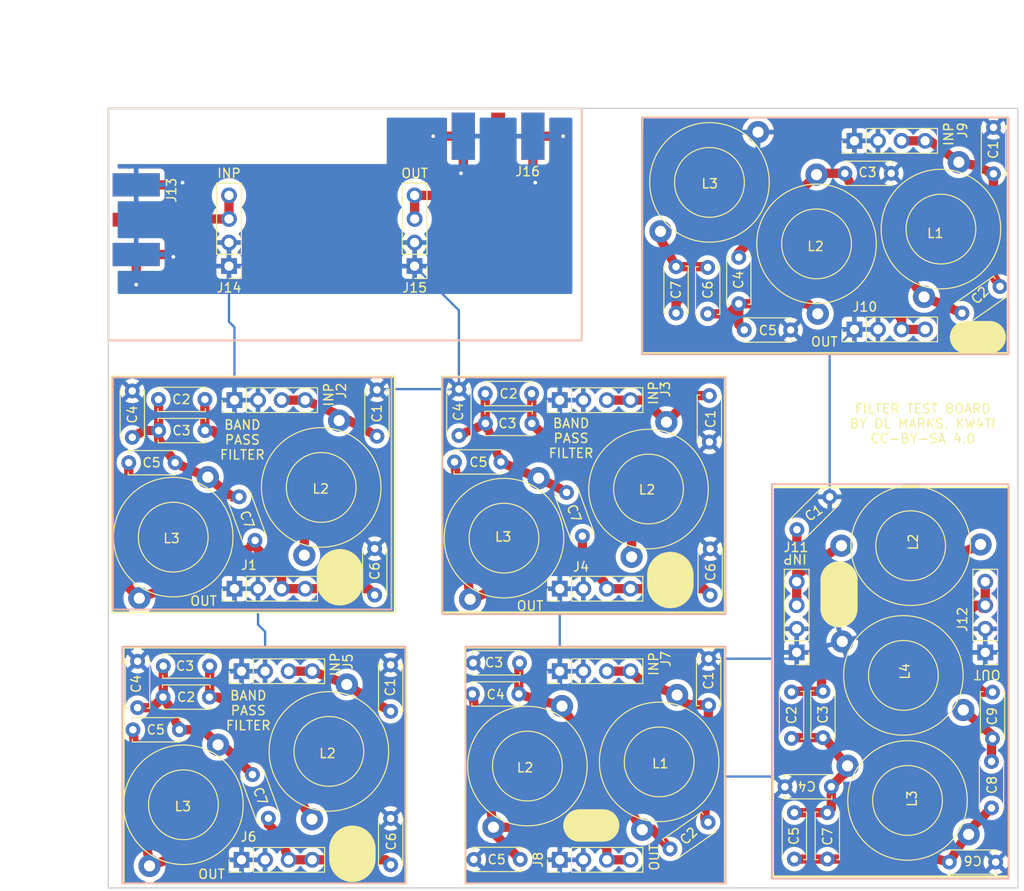
<source format=kicad_pcb>
(kicad_pcb (version 20211014) (generator pcbnew)
  (layers (0 "F.Cu" signal) (31 "B.Cu" signal) (34 "B.Paste" user) (35 "F.Paste" user) (36 "B.SilkS" user "B.Silkscreen") (37 "F.SilkS" user "F.Silkscreen") (38 "B.Mask" user) (39 "F.Mask" user) (44 "Edge.Cuts" user))
  (net 0 "")
  (net 1 "GND")
  (net 2 "Net-(C1-Pad2)")
  (net 3 "Net-(C3-Pad1)")
  (net 4 "Net-(C2-Pad2)")
  (net 5 "Net-(C6-Pad2)")
  (net 6 "Net-(C8-Pad2)")
  (net 7 "Net-(C10-Pad1)")
  (net 8 "Net-(C10-Pad2)")
  (net 9 "Net-(J4-Pad3)")
  (net 10 "Net-(C15-Pad2)")
  (net 11 "Net-(C16-Pad1)")
  (net 12 "Net-(C17-Pad2)")
  (net 13 "Net-(J6-Pad3)")
  (net 14 "Net-(C22-Pad2)")
  (net 15 "Net-(L7-Pad2)")
  (net 16 "Net-(C25-Pad2)")
  (net 17 "Net-(C27-Pad2)")
  (net 18 "Net-(C28-Pad2)")
  (net 19 "Net-(C30-Pad2)")
  (net 20 "Net-(L11-Pad1)")
  (net 21 "Net-(C33-Pad2)")
  (net 22 "Net-(C34-Pad2)")
  (net 23 "Net-(C36-Pad1)")
  (net 24 "Net-(C38-Pad1)")
  (net 25 "Net-(C38-Pad2)")
  (net 26 "Net-(L14-Pad1)")
  (net 27 "Net-(C42-Pad2)")
  (net 28 "Net-(J13-Pad1)")
  (net 29 "Net-(J15-Pad3)")
  (footprint "Capacitors_THT:C_Disc_D5.0mm_W2.5mm_P5.00mm" (layer "F.Cu") (at 147.94 90.33 -90)
    (fp_text reference "C1")
    (fp_text value "C1")
  )
  (footprint "Capacitors_THT:C_Disc_D5.0mm_W2.5mm_P5.00mm" (layer "F.Cu") (at 129.4 91.36 180)
    (fp_text reference "C2")
    (fp_text value "C2")
  )
  (footprint "Capacitors_THT:C_Disc_D5.0mm_W2.5mm_P5.00mm" (layer "F.Cu") (at 129.42 94.72 180)
    (fp_text reference "C3")
    (fp_text value "C3")
  )
  (footprint "Capacitors_THT:C_Disc_D5.0mm_W2.5mm_P5.00mm" (layer "F.Cu") (at 121.58 90.45 -90)
    (fp_text reference "C4")
    (fp_text value "C4")
  )
  (footprint "Capacitors_THT:C_Disc_D5.0mm_W2.5mm_P5.00mm" (layer "F.Cu") (at 126.2 98.18 180)
    (fp_text reference "C5")
    (fp_text value "C5")
  )
  (footprint "Capacitors_THT:C_Disc_D5.0mm_W2.5mm_P5.00mm" (layer "F.Cu") (at 147.701 107.442 -90)
    (fp_text reference "C6")
    (fp_text value "C6")
  )
  (footprint "BandPassFilter:L_Toroid_Horizontal_D12.7mm_Compact" (layer "F.Cu") (at 144.526 91.186 -105)
    (fp_text reference "L2" hide)
    (fp_text value "L2")
  )
  (footprint "BandPassFilter:L_Toroid_Horizontal_D12.7mm_Compact" (layer "F.Cu") (at 130.99 97.54 -120)
    (fp_text reference "L3" hide)
    (fp_text value "L3")
  )
  (footprint "Pin_Headers:Pin_Header_Straight_1x04_Pitch2.54mm" (layer "F.Cu") (at 132.588 111.76 90)
    (fp_text reference "J1")
    (fp_text value "OUT")
  )
  (footprint "Pin_Headers:Pin_Header_Straight_1x04_Pitch2.54mm" (layer "F.Cu") (at 132.588 91.44 90)
    (fp_text reference "J2")
    (fp_text value "INP")
  )
  (footprint "Capacitors_THT:C_Disc_D5.0mm_W2.5mm_P5.00mm" (layer "F.Cu") (at 133.096 101.854 -70)
    (fp_text reference "C7")
    (fp_text value "C7")
  )
  (footprint "Capacitors_THT:C_Disc_D5.0mm_W2.5mm_P5.00mm" (layer "F.Cu") (at 183.76 95.95 90)
    (fp_text reference "C8" hide)
    (fp_text value "C1")
  )
  (footprint "Capacitors_THT:C_Disc_D5.0mm_W2.5mm_P5.00mm" (layer "F.Cu") (at 164.61 90.73 180)
    (fp_text reference "C9" hide)
    (fp_text value "C2")
  )
  (footprint "Capacitors_THT:C_Disc_D5.0mm_W2.5mm_P5.00mm" (layer "F.Cu") (at 164.63 93.95 180)
    (fp_text reference "C10" hide)
    (fp_text value "C3")
  )
  (footprint "Capacitors_THT:C_Disc_D5.0mm_W2.5mm_P5.00mm" (layer "F.Cu") (at 156.77 90.25 -90)
    (fp_text reference "C11" hide)
    (fp_text value "C4")
  )
  (footprint "Capacitors_THT:C_Disc_D5.0mm_W2.5mm_P5.00mm" (layer "F.Cu") (at 168.37 101.39 -70)
    (fp_text reference "C12" hide)
    (fp_text value "C7")
  )
  (footprint "Capacitors_THT:C_Disc_D5.0mm_W2.5mm_P5.00mm" (layer "F.Cu") (at 161.3 98.1 180)
    (fp_text reference "C13" hide)
    (fp_text value "C5")
  )
  (footprint "Capacitors_THT:C_Disc_D5.0mm_W2.5mm_P5.00mm" (layer "F.Cu") (at 183.85 107.46 -90)
    (fp_text reference "C14" hide)
    (fp_text value "C6")
  )
  (footprint "Pin_Headers:Pin_Header_Straight_1x04_Pitch2.54mm" (layer "F.Cu") (at 167.64 91.44 90)
    (fp_text reference "J3")
    (fp_text value "INP")
  )
  (footprint "Pin_Headers:Pin_Header_Straight_1x04_Pitch2.54mm" (layer "F.Cu") (at 167.64 111.76 90)
    (fp_text reference "J4")
    (fp_text value "OUT")
  )
  (footprint "BandPassFilter:L_Toroid_Horizontal_D12.7mm_Compact" (layer "F.Cu") (at 179.79 91.36 -105)
    (fp_text reference "L1" hide)
    (fp_text value "L2")
  )
  (footprint "BandPassFilter:L_Toroid_Horizontal_D12.7mm_Compact" (layer "F.Cu") (at 166.63 97.65 -120)
    (fp_text reference "L4" hide)
    (fp_text value "L3")
  )
  (footprint "Capacitors_THT:C_Disc_D5.0mm_W2.5mm_P5.00mm" (layer "F.Cu") (at 149.42 119.97 -90)
    (fp_text reference "C15" hide)
    (fp_text value "C1")
  )
  (footprint "Capacitors_THT:C_Disc_D5.0mm_W2.5mm_P5.00mm" (layer "F.Cu") (at 129.92 120.09 180)
    (fp_text reference "C16" hide)
    (fp_text value "C3")
  )
  (footprint "Capacitors_THT:C_Disc_D5.0mm_W2.5mm_P5.00mm" (layer "F.Cu") (at 129.89 123.44 180)
    (fp_text reference "C17" hide)
    (fp_text value "C2")
  )
  (footprint "Capacitors_THT:C_Disc_D5.0mm_W2.5mm_P5.00mm" (layer "F.Cu") (at 122.15 119.58 -90)
    (fp_text reference "C18" hide)
    (fp_text value "C4")
  )
  (footprint "Capacitors_THT:C_Disc_D5.0mm_W2.5mm_P5.00mm" (layer "F.Cu") (at 134.53 131.79 -70)
    (fp_text reference "C19" hide)
    (fp_text value "C7")
  )
  (footprint "Capacitors_THT:C_Disc_D5.0mm_W2.5mm_P5.00mm" (layer "F.Cu") (at 126.65 126.96 180)
    (fp_text reference "C20" hide)
    (fp_text value "C5")
  )
  (footprint "Capacitors_THT:C_Disc_D5.0mm_W2.5mm_P5.00mm" (layer "F.Cu") (at 149.42 136.51 -90)
    (fp_text reference "C21" hide)
    (fp_text value "C6")
  )
  (footprint "Pin_Headers:Pin_Header_Straight_1x04_Pitch2.54mm" (layer "F.Cu") (at 133.35 120.65 90)
    (fp_text reference "J5")
    (fp_text value "INP")
  )
  (footprint "Pin_Headers:Pin_Header_Straight_1x04_Pitch2.54mm" (layer "F.Cu") (at 133.35 140.97 90)
    (fp_text reference "J6")
    (fp_text value "OUT")
  )
  (footprint "BandPassFilter:L_Toroid_Horizontal_D12.7mm_Compact" (layer "F.Cu") (at 145.35 119.63 -105)
    (fp_text reference "L5" hide)
    (fp_text value "L2")
  )
  (footprint "BandPassFilter:L_Toroid_Horizontal_D12.7mm_Compact" (layer "F.Cu") (at 132.09 126.38 -120)
    (fp_text reference "L6" hide)
    (fp_text value "L3")
  )
  (footprint "Capacitors_THT:C_Disc_D5.0mm_W2.5mm_P5.00mm" (layer "F.Cu") (at 183.68 119.3 -90)
    (fp_text reference "C22" hide)
    (fp_text value "C1")
  )
  (footprint "Capacitors_THT:C_Disc_D5.0mm_W2.5mm_P5.00mm" (layer "F.Cu") (at 183.62 136.93 -145)
    (fp_text reference "C23" hide)
    (fp_text value "C2")
  )
  (footprint "Capacitors_THT:C_Disc_D5.0mm_W2.5mm_P5.00mm" (layer "F.Cu") (at 158.31 119.75)
    (fp_text reference "C24" hide)
    (fp_text value "C3")
  )
  (footprint "Capacitors_THT:C_Disc_D5.0mm_W2.5mm_P5.00mm" (layer "F.Cu") (at 163.23 123.1 180)
    (fp_text reference "C25" hide)
    (fp_text value "C4")
  )
  (footprint "Capacitors_THT:C_Disc_D5.0mm_W2.5mm_P5.00mm" (layer "F.Cu") (at 158.38 140.93)
    (fp_text reference "C26" hide)
    (fp_text value "C5")
  )
  (footprint "Pin_Headers:Pin_Header_Straight_1x04_Pitch2.54mm" (layer "F.Cu") (at 167.64 120.65 90)
    (fp_text reference "J7")
    (fp_text value "INP")
  )
  (footprint "Pin_Headers:Pin_Header_Straight_1x04_Pitch2.54mm" (layer "F.Cu") (at 167.64 140.97 90)
    (fp_text reference "J8")
    (fp_text value "OUT")
  )
  (footprint "BandPassFilter:L_Toroid_Horizontal_D12.7mm_Compact" (layer "F.Cu") (at 180.94 120.76 -105)
    (fp_text reference "L7" hide)
    (fp_text value "L1")
  )
  (footprint "BandPassFilter:L_Toroid_Horizontal_D12.7mm_Compact" (layer "F.Cu") (at 169.15 122.21 -120)
    (fp_text reference "L8" hide)
    (fp_text value "L2")
  )
  (footprint "Capacitors_THT:C_Disc_D5.0mm_W2.5mm_P5.00mm" (layer "F.Cu") (at 214.375 62.05 -90)
    (fp_text reference "C27" hide)
    (fp_text value "C1")
  )
  (footprint "Capacitors_THT:C_Disc_D5.0mm_W2.5mm_P5.00mm" (layer "F.Cu") (at 215.075 79.2 -145)
    (fp_text reference "C28" hide)
    (fp_text value "C2")
  )
  (footprint "Capacitors_THT:C_Disc_D5.0mm_W2.5mm_P5.00mm" (layer "F.Cu") (at 203.36 67 180)
    (fp_text reference "C29" hide)
    (fp_text value "C3")
  )
  (footprint "Capacitors_THT:C_Disc_D5.0mm_W2.5mm_P5.00mm" (layer "F.Cu") (at 186.93 76.05 -90)
    (fp_text reference "C30" hide)
    (fp_text value "C4")
  )
  (footprint "Capacitors_THT:C_Disc_D5.0mm_W2.5mm_P5.00mm" (layer "F.Cu") (at 192.52 83.88 180)
    (fp_text reference "C31" hide)
    (fp_text value "C5")
  )
  (footprint "Capacitors_THT:C_Disc_D5.0mm_W2.5mm_P5.00mm" (layer "F.Cu") (at 183.58 82.14 90)
    (fp_text reference "C32" hide)
    (fp_text value "C6")
  )
  (footprint "Capacitors_THT:C_Disc_D5.0mm_W2.5mm_P5.00mm" (layer "F.Cu") (at 180.17 77.06 -90)
    (fp_text reference "C33" hide)
    (fp_text value "C7")
  )
  (footprint "Pin_Headers:Pin_Header_Straight_1x04_Pitch2.54mm" (layer "F.Cu") (at 199.39 63.5 90)
    (fp_text reference "J9")
    (fp_text value "INP")
  )
  (footprint "Pin_Headers:Pin_Header_Straight_1x04_Pitch2.54mm" (layer "F.Cu") (at 199.39 83.82 90)
    (fp_text reference "J10")
    (fp_text value "OUT")
  )
  (footprint "BandPassFilter:L_Toroid_Horizontal_D12.7mm_Compact" (layer "F.Cu") (at 211.3 63.35 -105)
    (fp_text reference "L9" hide)
    (fp_text value "L1")
  )
  (footprint "BandPassFilter:L_Toroid_Horizontal_D12.7mm_Compact" (layer "F.Cu") (at 195.31 64.6 -90)
    (fp_text reference "L10" hide)
    (fp_text value "L2")
  )
  (footprint "BandPassFilter:L_Toroid_Horizontal_D12.7mm_Compact" (layer "F.Cu") (at 176.7 75.05 45)
    (fp_text reference "L11" hide)
    (fp_text value "L3")
  )
  (footprint "Capacitors_THT:C_Disc_D5.0mm_W2.5mm_P5.00mm" (layer "F.Cu") (at 196.726 101.856 -135)
    (fp_text reference "C34" hide)
    (fp_text value "C1")
  )
  (footprint "Capacitors_THT:C_Disc_D5.0mm_W2.5mm_P5.00mm" (layer "F.Cu") (at 192.61 122.89 -90)
    (fp_text reference "C35" hide)
    (fp_text value "C2")
  )
  (footprint "Capacitors_THT:C_Disc_D5.0mm_W2.5mm_P5.00mm" (layer "F.Cu") (at 196 122.81 -90)
    (fp_text reference "C36" hide)
    (fp_text value "C3")
  )
  (footprint "Capacitors_THT:C_Disc_D5.0mm_W2.5mm_P5.00mm" (layer "F.Cu") (at 191.9 133.098)
    (fp_text reference "C37" hide)
    (fp_text value "C4")
  )
  (footprint "Capacitors_THT:C_Disc_D5.0mm_W2.5mm_P5.00mm" (layer "F.Cu") (at 196.472 135.892 -90)
    (fp_text reference "C38" hide)
    (fp_text value "C7")
  )
  (footprint "Capacitors_THT:C_Disc_D5.0mm_W2.5mm_P5.00mm" (layer "F.Cu") (at 192.916 135.892 -90)
    (fp_text reference "C39" hide)
    (fp_text value "C5")
  )
  (footprint "Capacitors_THT:C_Disc_D5.0mm_W2.5mm_P5.00mm" (layer "F.Cu") (at 214.61 141.22 180)
    (fp_text reference "C40" hide)
    (fp_text value "C6")
  )
  (footprint "Capacitors_THT:C_Disc_D5.0mm_W2.5mm_P5.00mm" (layer "F.Cu") (at 214.16 135.38 90)
    (fp_text reference "C41" hide)
    (fp_text value "C8")
  )
  (footprint "Pin_Headers:Pin_Header_Straight_1x04_Pitch2.54mm" (layer "F.Cu") (at 193.17 118.62 180)
    (fp_text reference "J11")
    (fp_text value "INP")
  )
  (footprint "Pin_Headers:Pin_Header_Straight_1x04_Pitch2.54mm" (layer "F.Cu") (at 213.49 118.62 180)
    (fp_text reference "J12")
    (fp_text value "OUT")
  )
  (footprint "BandPassFilter:L_Toroid_Horizontal_D12.7mm_Compact" (layer "F.Cu") (at 195.45 107.125)
    (fp_text reference "L12" hide)
    (fp_text value "L2")
  )
  (footprint "BandPassFilter:L_Toroid_Horizontal_D12.7mm_Compact" (layer "F.Cu") (at 196.45 129.575 -30)
    (fp_text reference "L13" hide)
    (fp_text value "L3")
  )
  (footprint "BandPassFilter:L_Toroid_Horizontal_D12.7mm_Compact" (layer "F.Cu") (at 213.325 126.1 150)
    (fp_text reference "L14" hide)
    (fp_text value "L4")
  )
  (footprint "BandPassFilter:Amphenol_RF_SMA_132289" (layer "F.Cu") (at 122 72 180)
    (fp_text reference "J13")
    (fp_text value "Conn_Coaxial")
  )
  (footprint "Pin_Headers:Pin_Header_Straight_1x04_Pitch2.54mm" (layer "F.Cu") (at 132 77 180)
    (fp_text reference "J14")
    (fp_text value "INP")
  )
  (footprint "Pin_Headers:Pin_Header_Straight_1x04_Pitch2.54mm" (layer "F.Cu") (at 152 77 180)
    (fp_text reference "J15")
    (fp_text value "OUT")
  )
  (footprint "BandPassFilter:Amphenol_RF_SMA_132289" (layer "F.Cu") (at 161 63 90)
    (fp_text reference "J16")
    (fp_text value "Conn_Coaxial")
  )
  (footprint "Capacitors_THT:C_Disc_D5.0mm_W2.5mm_P5.00mm" (layer "F.Cu") (at 214.27 127.91 90)
    (fp_text reference "C42" hide)
    (fp_text value "C9")
  )
  (gr_line (start 120.5 118.5) (end 120.5 118) (layer "B.SilkS") (width 0.2))
  (gr_line (start 185 114.5) (end 185.5 114.5) (layer "B.SilkS") (width 0.2))
  (gr_line (start 185.5 118) (end 185.5 143.5) (layer "B.SilkS") (width 0.2))
  (gr_line (start 119 85) (end 170 85) (layer "B.SilkS") (width 0.2))
  (gr_line (start 170 85) (end 170 60) (layer "B.SilkS") (width 0.2))
  (gr_line (start 216 143) (end 190.5 143) (layer "B.SilkS") (width 0.2))
  (gr_line (start 119 60) (end 119 85) (layer "B.SilkS") (width 0.2))
  (gr_line (start 120.5 143.5) (end 120.5 118.5) (layer "B.SilkS") (width 0.2))
  (gr_line (start 149.5 114) (end 119.5 114) (layer "B.SilkS") (width 0.2))
  (gr_line (start 216 100.5) (end 216 143) (layer "B.SilkS") (width 0.2))
  (gr_line (start 176.5 86.5) (end 176.5 61) (layer "B.SilkS") (width 0.2))
  (gr_line (start 151 143.5) (end 120.5 143.5) (layer "B.SilkS") (width 0.2))
  (gr_line (start 119.5 114) (end 119.5 89) (layer "B.SilkS") (width 0.2))
  (gr_line (start 155 114.5) (end 155 89) (layer "B.SilkS") (width 0.2))
  (gr_line (start 185 114.5) (end 155 114.5) (layer "B.SilkS") (width 0.2))
  (gr_line (start 190.5 100.5) (end 216 100.5) (layer "B.SilkS") (width 0.2))
  (gr_line (start 123 89) (end 119.5 89) (layer "B.SilkS") (width 0.2))
  (gr_line (start 155 89) (end 185 89) (layer "B.SilkS") (width 0.2))
  (gr_line (start 216 86.5) (end 176.5 86.5) (layer "B.SilkS") (width 0.2))
  (gr_line (start 151 118) (end 151 143.5) (layer "B.SilkS") (width 0.2))
  (gr_line (start 170 60) (end 119 60) (layer "B.SilkS") (width 0.2))
  (gr_line (start 148.5 89) (end 149.5 89) (layer "B.SilkS") (width 0.2))
  (gr_line (start 157.5 118) (end 185.5 118) (layer "B.SilkS") (width 0.2))
  (gr_line (start 148.5 89) (end 123 89) (layer "B.SilkS") (width 0.2))
  (gr_line (start 185.5 143.5) (end 157.5 143.5) (layer "B.SilkS") (width 0.2))
  (gr_line (start 176.5 61) (end 216 61) (layer "B.SilkS") (width 0.2))
  (gr_line (start 120.5 118) (end 151 118) (layer "B.SilkS") (width 0.2))
  (gr_line (start 216 61) (end 216 86.5) (layer "B.SilkS") (width 0.2))
  (gr_line (start 157.5 143.5) (end 157.5 118) (layer "B.SilkS") (width 0.2))
  (gr_line (start 185.5 89) (end 185 89) (layer "B.SilkS") (width 0.2))
  (gr_line (start 185.5 114.5) (end 185.5 89) (layer "B.SilkS") (width 0.2))
  (gr_line (start 190.5 143) (end 190.5 100.5) (layer "B.SilkS") (width 0.2))
  (gr_line (start 149.5 89) (end 149.5 114) (layer "B.SilkS") (width 0.2))
  (gr_line (start 179.5545 110.282) (end 179.5545 111.3615) (layer "F.SilkS") (width 5))
  (gr_line (start 145.2945 139.782) (end 145.2945 140.8615) (layer "F.SilkS") (width 5))
  (gr_line (start 213.96 84.66) (end 211.42 84.66) (layer "F.SilkS") (width 3.5))
  (gr_line (start 149.86 88.9) (end 149.86 114.3) (layer "F.SilkS") (width 0.2))
  (gr_line (start 215.9 60.96) (end 215.9 86.36) (layer "F.SilkS") (width 0.2))
  (gr_line (start 216.03 142.75) (end 190.63 142.75) (layer "F.SilkS") (width 0.2))
  (gr_line (start 170 60) (end 170 85) (layer "F.SilkS") (width 0.2))
  (gr_line (start 151.13 118.11) (end 151.13 143.51) (layer "F.SilkS") (width 0.2))
  (gr_line (start 151.13 143.51) (end 120.65 143.51) (layer "F.SilkS") (width 0.2))
  (gr_line (start 119.38 88.9) (end 149.86 88.9) (layer "F.SilkS") (width 0.2))
  (gr_line (start 170 85) (end 119 85) (layer "F.SilkS") (width 0.2))
  (gr_line (start 176.53 62.23) (end 176.53 60.96) (layer "F.SilkS") (width 0.2))
  (gr_line (start 190.63 142.75) (end 190.63 100.84) (layer "F.SilkS") (width 0.2))
  (gr_line (start 197.73 110.8) (end 197.73 113.93) (layer "F.SilkS") (width 4))
  (gr_line (start 185.42 142.24) (end 185.42 143.51) (layer "F.SilkS") (width 0.2))
  (gr_line (start 176.53 60.96) (end 176.53 62.23) (layer "F.SilkS") (width 0.2))
  (gr_line (start 172.31 137.27) (end 169.77 137.27) (layer "F.SilkS") (width 3.5))
  (gr_line (start 157.48 143.51) (end 157.48 142.24) (layer "F.SilkS") (width 0.2))
  (gr_line (start 176.53 86.36) (end 176.53 60.96) (layer "F.SilkS") (width 0.2))
  (gr_line (start 216.03 100.84) (end 216.03 142.75) (layer "F.SilkS") (width 0.2))
  (gr_line (start 119.38 114.3) (end 119.38 88.9) (layer "F.SilkS") (width 0.2))
  (gr_line (start 154.94 114.3) (end 154.94 88.9) (layer "F.SilkS") (width 0.2))
  (gr_line (start 176.53 60.96) (end 215.9 60.96) (layer "F.SilkS") (width 0.2))
  (gr_line (start 120.65 143.51) (end 120.65 118.11) (layer "F.SilkS") (width 0.2))
  (gr_line (start 185.42 118.11) (end 185.42 142.24) (layer "F.SilkS") (width 0.2))
  (gr_line (start 185.42 143.51) (end 157.48 143.51) (layer "F.SilkS") (width 0.2))
  (gr_line (start 157.48 118.11) (end 185.42 118.11) (layer "F.SilkS") (width 0.2))
  (gr_line (start 119 60) (end 170 60) (layer "F.SilkS") (width 0.2))
  (gr_line (start 157.48 142.24) (end 157.48 118.11) (layer "F.SilkS") (width 0.2))
  (gr_line (start 154.94 88.9) (end 185.42 88.9) (layer "F.SilkS") (width 0.2))
  (gr_line (start 120.65 118.11) (end 151.13 118.11) (layer "F.SilkS") (width 0.2))
  (gr_line (start 190.63 100.84) (end 216.03 100.84) (layer "F.SilkS") (width 0.2))
  (gr_line (start 143.9545 109.982) (end 143.9545 111.0615) (layer "F.SilkS") (width 5))
  (gr_line (start 185.42 88.9) (end 185.42 114.3) (layer "F.SilkS") (width 0.2))
  (gr_line (start 185.42 114.3) (end 154.94 114.3) (layer "F.SilkS") (width 0.2))
  (gr_line (start 215.9 86.36) (end 176.53 86.36) (layer "F.SilkS") (width 0.2))
  (gr_line (start 119 85) (end 119 60) (layer "F.SilkS") (width 0.2))
  (gr_line (start 149.86 114.3) (end 119.38 114.3) (layer "F.SilkS") (width 0.2))
  (gr_line (start 217 60) (end 119 60) (layer "Edge.Cuts") (width 0.15))
  (gr_line (start 119 60) (end 119 144) (layer "Edge.Cuts") (width 0.15))
  (gr_line (start 119 144) (end 217 144) (layer "Edge.Cuts") (width 0.15))
  (gr_line (start 217 144) (end 217 60) (layer "Edge.Cuts") (width 0.15))
  (gr_text "OUT" (at 130.12 142.52) (layer "F.SilkS") (effects (font (size 1 1))))
  (gr_text "L3" (at 161.544 106.172) (layer "F.SilkS") (effects (font (size 1 1))))
  (gr_text "L3" (at 183.8 68.12) (layer "F.SilkS") (effects (font (size 1 1))))
  (gr_text "C4" (at 156.718 92.71 90) (layer "F.SilkS") (effects (font (size 1 1))))
  (gr_text "INP" (at 132 67) (layer "F.SilkS") (effects (font (size 1 1))))
  (gr_text "C1" (at 183.67 121.66 90) (layer "F.SilkS") (effects (font (size 1 1))))
  (gr_text "L3" (at 125.81 106.34) (layer "F.SilkS") (effects (font (size 1 1))))
  (gr_text "L2" (at 142.61 129.5) (layer "F.SilkS") (effects (font (size 1 1))))
  (gr_text "C5" (at 192.87 138.4 90) (layer "F.SilkS") (effects (font (size 1 1))))
  (gr_text "BAND\nPASS\nFILTER" (at 133.44 95.72) (layer "F.SilkS") (effects (font (size 1 1))))
  (gr_text "L2" (at 141.88 101) (layer "F.SilkS") (effects (font (size 1 1))))
  (gr_text "C8" (at 214.21 132.91 90) (layer "F.SilkS") (effects (font (size 1 1))))
  (gr_text "OUT" (at 213.7 121.02 180) (layer "F.SilkS") (effects (font (size 1 1))))
  (gr_text "L4" (at 204.83 120.66 90) (layer "F.SilkS") (effects (font (size 1 1))))
  (gr_text "OUT" (at 177.84 140.71 90) (layer "F.SilkS") (effects (font (size 1 1))))
  (gr_text "C6" (at 212.14 141.06 180) (layer "F.SilkS") (effects (font (size 1 1))))
  (gr_text "C7" (at 196.5 138.46 90) (layer "F.SilkS") (effects (font (size 1 1))))
  (gr_text "L1" (at 208.11 73.46) (layer "F.SilkS") (effects (font (size 1 1))))
  (gr_text "INP" (at 209.55 62.775 90) (layer "F.SilkS") (effects (font (size 1 1))))
  (gr_text "L3" (at 127.03 135.22) (layer "F.SilkS") (effects (font (size 1 1))))
  (gr_text "BAND\nPASS\nFILTER" (at 134.08 124.89) (layer "F.SilkS") (effects (font (size 1 1))))
  (gr_text "C3" (at 200.8 66.9) (layer "F.SilkS") (effects (font (size 1 1))))
  (gr_text "C2" (at 192.62 125.38 90) (layer "F.SilkS") (effects (font (size 1 1))))
  (gr_text "FILTER TEST BOARD\nBY DL MARKS, KW4TI\nCC-BY-SA 4.0" (at 206.75 93.975) (layer "F.SilkS") (effects (font (size 1 1))))
  (gr_text "BAND\nPASS\nFILTER" (at 168.86 95.55) (layer "F.SilkS") (effects (font (size 1 1))))
  (gr_text "C6" (at 183.59 79.55 90) (layer "F.SilkS") (effects (font (size 1 1))))
  (gr_text "C5" (at 160.84 140.95) (layer "F.SilkS") (effects (font (size 1 1))))
  (gr_text "C2" (at 181.53 138.41 45) (layer "F.SilkS") (effects (font (size 1 1))))
  (gr_text "C7" (at 135.37 134.11 290) (layer "F.SilkS") (effects (font (size 1 1))))
  (gr_text "C3" (at 127.27 120.09) (layer "F.SilkS") (effects (font (size 1 1))))
  (gr_text "C5" (at 124.11 126.96) (layer "F.SilkS") (effects (font (size 1 1))))
  (gr_text "INP" (at 192.98 108.56 180) (layer "F.SilkS") (effects (font (size 1 1))))
  (gr_text "L2" (at 177.038 101.092) (layer "F.SilkS") (effects (font (size 1 1))))
  (gr_text "OUT" (at 129.26 113.08) (layer "F.SilkS") (effects (font (size 1 1))))
  (gr_text "C5" (at 190.06 83.93) (layer "F.SilkS") (effects (font (size 1 1))))
  (gr_text "C6" (at 183.896 109.982 90) (layer "F.SilkS") (effects (font (size 1 1))))
  (gr_text "C5" (at 158.87 98.13) (layer "F.SilkS") (effects (font (size 1 1))))
  (gr_text "C3" (at 195.99 125.33 90) (layer "F.SilkS") (effects (font (size 1 1))))
  (gr_text "OUT" (at 152 67) (layer "F.SilkS") (effects (font (size 1 1))))
  (gr_text "C4" (at 186.9 78.48 90) (layer "F.SilkS") (effects (font (size 1 1))))
  (gr_text "C4" (at 121.99 122.01 90) (layer "F.SilkS") (effects (font (size 1 1))))
  (gr_text "L2" (at 205.72 106.73 90) (layer "F.SilkS") (effects (font (size 1 1))))
  (gr_text "C2" (at 162.12 90.75) (layer "F.SilkS") (effects (font (size 1 1))))
  (gr_text "C4" (at 160.73 123.16) (layer "F.SilkS") (effects (font (size 1 1))))
  (gr_text "C2" (at 127.38 123.44) (layer "F.SilkS") (effects (font (size 1 1))))
  (gr_text "C1" (at 214.35 64.475 90) (layer "F.SilkS") (effects (font (size 1 1))))
  (gr_text "C2" (at 212.91 80.16 45) (layer "F.SilkS") (effects (font (size 1 1))))
  (gr_text "C4" (at 194.27 133.01 180) (layer "F.SilkS") (effects (font (size 1 1))))
  (gr_text "OUT" (at 196.15 85.15) (layer "F.SilkS") (effects (font (size 1 1))))
  (gr_text "L3" (at 205.59 134.38 90) (layer "F.SilkS") (effects (font (size 1 1))))
  (gr_text "C3" (at 160.57 119.72) (layer "F.SilkS") (effects (font (size 1 1))))
  (gr_text "INP" (at 143.44 119.92 90) (layer "F.SilkS") (effects (font (size 1 1))))
  (gr_text "L1" (at 178.47 130.6) (layer "F.SilkS") (effects (font (size 1 1))))
  (gr_text "L2" (at 195.2 74.87) (layer "F.SilkS") (effects (font (size 1 1))))
  (gr_text "L2" (at 163.9 131.04) (layer "F.SilkS") (effects (font (size 1 1))))
  (gr_text "OUT" (at 164.44 113.61) (layer "F.SilkS") (effects (font (size 1 1))))
  (gr_text "C1" (at 183.896 93.472 90) (layer "F.SilkS") (effects (font (size 1 1))))
  (gr_text "INP" (at 177.73 90.67 90) (layer "F.SilkS") (effects (font (size 1 1))))
  (gr_text "C6" (at 149.48 139 90) (layer "F.SilkS") (effects (font (size 1 1))))
  (gr_text "C1" (at 195.01 103.61 35) (layer "F.SilkS") (effects (font (size 1 1))))
  (gr_text "C3" (at 162 93.95) (layer "F.SilkS") (effects (font (size 1 1))))
  (gr_text "INP" (at 177.76 119.87 90) (layer "F.SilkS") (effects (font (size 1 1))))
  (gr_text "C7" (at 180.17 79.57 90) (layer "F.SilkS") (effects (font (size 1 1))))
  (gr_text "C1" (at 149.37 122.38 90) (layer "F.SilkS") (effects (font (size 1 1))))
  (gr_text "C9" (at 214.23 125.5 90) (layer "F.SilkS") (effects (font (size 1 1))))
  (gr_text "C7" (at 169.164 103.632 290) (layer "F.SilkS") (effects (font (size 1 1))))
  (gr_text "INP" (at 142.74 90.85 90) (layer "F.SilkS") (effects (font (size 1 1))))
  (segment (start 126.75 68.25) (end 127 68) (width 1) (layer "F.Cu") (net 1))
  (segment (start 125.75 75.75) (end 126 76) (width 1) (layer "F.Cu") (net 1))
  (segment (start 157.25 66.75) (end 157 67) (width 1) (layer "F.Cu") (net 1))
  (segment (start 164.75 67.75) (end 165 68) (width 1) (layer "F.Cu") (net 1))
  (segment (start 157.25 63) (end 154 63) (width 1) (layer "F.Cu") (net 1))
  (segment (start 122 75.75) (end 122 79) (width 1) (layer "F.Cu") (net 1))
  (segment (start 157.25 63) (end 157.25 66.75) (width 1) (layer "F.Cu") (net 1))
  (segment (start 122 75.75) (end 125.75 75.75) (width 1) (layer "F.Cu") (net 1))
  (segment (start 122 68.25) (end 126.75 68.25) (width 1) (layer "F.Cu") (net 1))
  (segment (start 164.75 63) (end 164.75 67.75) (width 1) (layer "F.Cu") (net 1))
  (segment (start 164.75 63) (end 168 63) (width 1) (layer "F.Cu") (net 1))
  (via (at 127 68) (size 0.6) (drill 0.4) (layers "F.Cu" "B.Cu") (net 1))
  (via (at 157 67) (size 0.6) (drill 0.4) (layers "F.Cu" "B.Cu") (net 1))
  (via (at 165 68) (size 0.6) (drill 0.4) (layers "F.Cu" "B.Cu") (net 1))
  (via (at 154 63) (size 0.6) (drill 0.4) (layers "F.Cu" "B.Cu") (net 1))
  (via (at 122 79) (size 0.6) (drill 0.4) (layers "F.Cu" "B.Cu") (net 1))
  (via (at 168 63) (size 0.6) (drill 0.4) (layers "F.Cu" "B.Cu") (net 1))
  (via (at 126 76) (size 0.6) (drill 0.4) (layers "F.Cu" "B.Cu") (net 1))
  (segment (start 148.02 90.25) (end 147.94 90.33) (width 0.25) (layer "B.Cu") (net 1))
  (segment (start 135.128 115.628) (end 135.89 116.39) (width 0.25) (layer "B.Cu") (net 1))
  (segment (start 135.89 116.39) (end 135.89 120.65) (width 0.25) (layer "B.Cu") (net 1))
  (segment (start 196.726 86.484) (end 199.39 83.82) (width 0.25) (layer "B.Cu") (net 1))
  (segment (start 192.49 119.3) (end 193.17 118.62) (width 0.25) (layer "B.Cu") (net 1))
  (segment (start 122 79) (end 123 79) (width 1) (layer "B.Cu") (net 1))
  (segment (start 132 83) (end 132.588 83.588) (width 0.25) (layer "B.Cu") (net 1))
  (segment (start 132.588 83.588) (end 132.588 91.44) (width 0.25) (layer "B.Cu") (net 1))
  (segment (start 156.77 81.77) (end 152 77) (width 0.25) (layer "B.Cu") (net 1))
  (segment (start 190.802 132) (end 191.9 133.098) (width 0.25) (layer "B.Cu") (net 1))
  (segment (start 156.77 90.25) (end 148.02 90.25) (width 0.25) (layer "B.Cu") (net 1))
  (segment (start 156.77 90.25) (end 156.77 81.77) (width 0.25) (layer "B.Cu") (net 1))
  (segment (start 132 77) (end 132 83) (width 0.25) (layer "B.Cu") (net 1))
  (segment (start 183.68 132) (end 190.802 132) (width 0.25) (layer "B.Cu") (net 1))
  (segment (start 183.68 119.3) (end 192.49 119.3) (width 0.25) (layer "B.Cu") (net 1))
  (segment (start 135.128 111.76) (end 135.128 115.628) (width 0.25) (layer "B.Cu") (net 1))
  (segment (start 167.64 111.76) (end 167.64 120.65) (width 0.25) (layer "B.Cu") (net 1))
  (segment (start 196.726 101.856) (end 196.726 86.484) (width 0.25) (layer "B.Cu") (net 1))
  (segment (start 144.876819 93.596819) (end 147.94 95.33) (width 1) (layer "F.Cu") (net 2))
  (segment (start 141.96 92.19) (end 143.8686 93.0686) (width 1) (layer "F.Cu") (net 2))
  (segment (start 143.8686 93.0686) (end 143.8686 93.639452) (width 1) (layer "F.Cu") (net 2))
  (segment (start 143.657269 93.572819) (end 144.876819 93.596819) (width 1) (layer "F.Cu") (net 2))
  (segment (start 140.208 91.44) (end 141.96 92.19) (width 1) (layer "F.Cu") (net 2))
  (segment (start 137.668 91.44) (end 140.208 91.44) (width 1) (layer "F.Cu") (net 2))
  (segment (start 140.114472 104.554472) (end 130.28 94.72) (width 1) (layer "F.Cu") (net 3))
  (segment (start 130.28 94.72) (end 129.42 94.72) (width 1) (layer "F.Cu") (net 3))
  (segment (start 129.4 94.7) (end 129.42 94.72) (width 1) (layer "F.Cu") (net 3))
  (segment (start 140.114472 108.152326) (end 140.114472 104.554472) (width 1) (layer "F.Cu") (net 3))
  (segment (start 129.4 91.36) (end 129.4 94.7) (width 1) (layer "F.Cu") (net 3))
  (segment (start 122.85 94.72) (end 121.58 95.45) (width 1) (layer "F.Cu") (net 4))
  (segment (start 124.42 95.67) (end 126.2 98.18) (width 1) (layer "F.Cu") (net 4))
  (segment (start 127.83 98.96) (end 129.72 99.739705) (width 1) (layer "F.Cu") (net 4))
  (segment (start 132.342295 101.854) (end 129.72 99.739705) (width 1) (layer "F.Cu") (net 4))
  (segment (start 124.42 91.38) (end 124.4 91.36) (width 1) (layer "F.Cu") (net 4))
  (segment (start 124.42 94.72) (end 122.85 94.72) (width 1) (layer "F.Cu") (net 4))
  (segment (start 126.2 98.18) (end 127.83 98.96) (width 1) (layer "F.Cu") (net 4))
  (segment (start 133.096 101.854) (end 132.342295 101.854) (width 1) (layer "F.Cu") (net 4))
  (segment (start 124.42 94.72) (end 124.42 94.86) (width 1) (layer "F.Cu") (net 4))
  (segment (start 124.42 94.72) (end 124.42 95.67) (width 1) (layer "F.Cu") (net 4))
  (segment (start 124.42 94.72) (end 124.42 91.38) (width 1) (layer "F.Cu") (net 4))
  (segment (start 147.019 111.76) (end 147.701 112.442) (width 1) (layer "F.Cu") (net 5))
  (segment (start 121.93 112.118842) (end 122.337583 112.786425) (width 1) (layer "F.Cu") (net 5))
  (segment (start 121.2 111.648842) (end 122.337583 112.786425) (width 1) (layer "F.Cu") (net 5))
  (segment (start 134.54 106.854) (end 137.668 110.49) (width 1) (layer "F.Cu") (net 5))
  (segment (start 137.668 110.49) (end 137.668 111.76) (width 1) (layer "F.Cu") (net 5))
  (segment (start 133.52 107.72) (end 131.43 109.27) (width 1) (layer "F.Cu") (net 5))
  (segment (start 131.43 109.27) (end 122.337583 112.786425) (width 1) (layer "F.Cu") (net 5))
  (segment (start 121.2 98.18) (end 121.2 111.648842) (width 1) (layer "F.Cu") (net 5))
  (segment (start 134.17 107.34) (end 133.52 107.72) (width 1) (layer "F.Cu") (net 5))
  (segment (start 137.668 111.76) (end 140.208 111.76) (width 1) (layer "F.Cu") (net 5))
  (segment (start 140.208 111.76) (end 147.019 111.76) (width 1) (layer "F.Cu") (net 5))
  (segment (start 134.17 107.34) (end 134.54 106.854) (width 1) (layer "F.Cu") (net 5))
  (segment (start 176.759148 91.44) (end 179.1326 93.813452) (width 1) (layer "F.Cu") (net 6))
  (segment (start 181.996052 90.95) (end 179.1326 93.813452) (width 1) (layer "F.Cu") (net 6))
  (segment (start 172.72 91.44) (end 175.26 91.44) (width 1) (layer "F.Cu") (net 6))
  (segment (start 183.76 90.95) (end 181.996052 90.95) (width 1) (layer "F.Cu") (net 6))
  (segment (start 175.26 91.44) (end 176.759148 91.44) (width 1) (layer "F.Cu") (net 6))
  (segment (start 175.378472 104.698472) (end 164.63 93.95) (width 1) (layer "F.Cu") (net 7))
  (segment (start 164.63 90.75) (end 164.61 90.73) (width 1) (layer "F.Cu") (net 7))
  (segment (start 164.63 93.95) (end 164.63 90.75) (width 1) (layer "F.Cu") (net 7))
  (segment (start 175.378472 108.326326) (end 175.378472 104.698472) (width 1) (layer "F.Cu") (net 7))
  (segment (start 158.5 94.51) (end 156.77 95.25) (width 1) (layer "F.Cu") (net 8))
  (segment (start 160.39 95.87) (end 161.3 98.1) (width 1) (layer "F.Cu") (net 8))
  (segment (start 162.86 98.8) (end 165.36 99.849705) (width 1) (layer "F.Cu") (net 8))
  (segment (start 167.03 100.64) (end 168.37 101.39) (width 1) (layer "F.Cu") (net 8))
  (segment (start 159.61 93.93) (end 159.63 93.95) (width 1) (layer "F.Cu") (net 8))
  (segment (start 159.61 90.73) (end 159.61 93.93) (width 1) (layer "F.Cu") (net 8))
  (segment (start 165.36 99.849705) (end 167.03 100.64) (width 1) (layer "F.Cu") (net 8))
  (segment (start 161.3 98.1) (end 162.86 98.8) (width 1) (layer "F.Cu") (net 8))
  (segment (start 159.63 93.95) (end 160.39 95.87) (width 1) (layer "F.Cu") (net 8))
  (segment (start 159.63 93.95) (end 158.5 94.51) (width 1) (layer "F.Cu") (net 8))
  (segment (start 183.15 111.76) (end 183.85 112.46) (width 1) (layer "F.Cu") (net 9))
  (segment (start 157.25 106.23) (end 157.977583 112.896425) (width 1) (layer "F.Cu") (net 9))
  (segment (start 158.123575 112.896425) (end 166.47 109.33) (width 1) (layer "F.Cu") (net 9))
  (segment (start 166.47 109.33) (end 170.82 109.44) (width 1) (layer "F.Cu") (net 9))
  (segment (start 170.82 109.44) (end 172.401818 111.021818) (width 1) (layer "F.Cu") (net 9))
  (segment (start 172.401818 111.021818) (end 172.72 111.76) (width 1) (layer "F.Cu") (net 9))
  (segment (start 170.080101 108.700101) (end 170.82 109.44) (width 1) (layer "F.Cu") (net 9))
  (segment (start 156.3 98.1) (end 157.25 106.23) (width 1) (layer "F.Cu") (net 9))
  (segment (start 170.080101 106.088463) (end 170.080101 108.700101) (width 1) (layer "F.Cu") (net 9))
  (segment (start 157.977583 112.896425) (end 158.123575 112.896425) (width 1) (layer "F.Cu") (net 9))
  (segment (start 175.26 111.76) (end 183.15 111.76) (width 1) (layer "F.Cu") (net 9))
  (segment (start 172.72 111.76) (end 175.26 111.76) (width 1) (layer "F.Cu") (net 9))
  (segment (start 142.43 121.19) (end 144.6926 122.083452) (width 1) (layer "F.Cu") (net 10))
  (segment (start 146.47 123.28) (end 149.42 124.97) (width 1) (layer "F.Cu") (net 10))
  (segment (start 140.97 120.65) (end 142.43 121.19) (width 1) (layer "F.Cu") (net 10))
  (segment (start 144.6926 122.083452) (end 146.47 123.28) (width 1) (layer "F.Cu") (net 10))
  (segment (start 138.43 120.65) (end 140.97 120.65) (width 1) (layer "F.Cu") (net 10))
  (segment (start 129.92 123.41) (end 129.89 123.44) (width 1) (layer "F.Cu") (net 11))
  (segment (start 130.81 123.44) (end 133.16 124.67) (width 1) (layer "F.Cu") (net 11))
  (segment (start 133.16 124.67) (end 140.938472 136.596326) (width 1) (layer "F.Cu") (net 11))
  (segment (start 129.89 123.44) (end 130.81 123.44) (width 1) (layer "F.Cu") (net 11))
  (segment (start 129.92 120.09) (end 129.92 123.41) (width 1) (layer "F.Cu") (net 11))
  (segment (start 129.200295 126.96) (end 130.82 128.579705) (width 1) (layer "F.Cu") (net 12))
  (segment (start 131.319705 128.579705) (end 134.53 131.79) (width 1) (layer "F.Cu") (net 12))
  (segment (start 125.66 124.64) (end 126.65 126.96) (width 1) (layer "F.Cu") (net 12))
  (segment (start 124.92 123.41) (end 124.89 123.44) (width 1) (layer "F.Cu") (net 12))
  (segment (start 123.75 124.58) (end 124.89 123.44) (width 1) (layer "F.Cu") (net 12))
  (segment (start 126.65 126.96) (end 129.200295 126.96) (width 1) (layer "F.Cu") (net 12))
  (segment (start 130.82 128.579705) (end 131.319705 128.579705) (width 1) (layer "F.Cu") (net 12))
  (segment (start 124.92 120.09) (end 124.92 123.41) (width 1) (layer "F.Cu") (net 12))
  (segment (start 124.89 123.44) (end 125.66 124.64) (width 1) (layer "F.Cu") (net 12))
  (segment (start 122.15 124.58) (end 123.75 124.58) (width 1) (layer "F.Cu") (net 12))
  (segment (start 148.88 140.97) (end 149.42 141.51) (width 1) (layer "F.Cu") (net 13))
  (segment (start 136.240101 137.160101) (end 137.55 138.47) (width 1) (layer "F.Cu") (net 13))
  (segment (start 137.67 138.74) (end 138.43 140.97) (width 1) (layer "F.Cu") (net 13))
  (segment (start 126.9 140.45) (end 132.1 138.39) (width 1) (layer "F.Cu") (net 13))
  (segment (start 132.1 138.39) (end 137.55 138.47) (width 1) (layer "F.Cu") (net 13))
  (segment (start 137.55 138.47) (end 137.67 138.74) (width 1) (layer "F.Cu") (net 13))
  (segment (start 122.41 134.11) (end 123.437583 141.626425) (width 1) (layer "F.Cu") (net 13))
  (segment (start 138.43 140.97) (end 140.97 140.97) (width 1) (layer "F.Cu") (net 13))
  (segment (start 136.240101 136.488463) (end 136.240101 137.160101) (width 1) (layer "F.Cu") (net 13))
  (segment (start 123.437583 141.626425) (end 126.9 140.45) (width 1) (layer "F.Cu") (net 13))
  (segment (start 121.65 126.96) (end 122.41 134.11) (width 1) (layer "F.Cu") (net 13))
  (segment (start 140.97 140.97) (end 148.88 140.97) (width 1) (layer "F.Cu") (net 13))
  (segment (start 176.38 121.66) (end 180.2826 123.213452) (width 1) (layer "F.Cu") (net 14))
  (segment (start 181.4 124.24) (end 183.68 124.3) (width 1) (layer "F.Cu") (net 14))
  (segment (start 183.28 136.59) (end 183.62 136.93) (width 1) (layer "F.Cu") (net 14))
  (segment (start 180.2826 123.213452) (end 181.4 124.24) (width 1) (layer "F.Cu") (net 14))
  (segment (start 183.68 124.3) (end 183.28 136.59) (width 1) (layer "F.Cu") (net 14))
  (segment (start 172.72 120.65) (end 175.26 120.65) (width 1) (layer "F.Cu") (net 14))
  (segment (start 175.26 120.65) (end 176.38 121.66) (width 1) (layer "F.Cu") (net 14))
  (segment (start 177.602684 137.666326) (end 179.52424 139.797882) (width 1) (layer "F.Cu") (net 15))
  (segment (start 170.29 128.19) (end 176.528472 137.726326) (width 1) (layer "F.Cu") (net 15))
  (segment (start 164.99 123.66) (end 163.23 123.1) (width 1) (layer "F.Cu") (net 15))
  (segment (start 163.23 119.83) (end 163.31 119.75) (width 1) (layer "F.Cu") (net 15))
  (segment (start 163.23 123.1) (end 163.23 119.83) (width 1) (layer "F.Cu") (net 15))
  (segment (start 167.88 124.409705) (end 170.29 128.19) (width 1) (layer "F.Cu") (net 15))
  (segment (start 176.528472 137.726326) (end 177.602684 137.666326) (width 1) (layer "F.Cu") (net 15))
  (segment (start 167.88 124.409705) (end 164.99 123.66) (width 1) (layer "F.Cu") (net 15))
  (segment (start 159.87 133.36) (end 160.497583 137.456425) (width 1) (layer "F.Cu") (net 16))
  (segment (start 160.497583 138.047583) (end 163.38 140.93) (width 1) (layer "F.Cu") (net 16))
  (segment (start 170.476425 137.456425) (end 172.72 139.7) (width 1) (layer "F.Cu") (net 16))
  (segment (start 172.72 139.7) (end 172.72 140.97) (width 1) (layer "F.Cu") (net 16))
  (segment (start 160.497583 137.456425) (end 160.497583 138.047583) (width 1) (layer "F.Cu") (net 16))
  (segment (start 175.26 140.97) (end 172.72 140.97) (width 1) (layer "F.Cu") (net 16))
  (segment (start 158.23 123.1) (end 159.87 133.36) (width 1) (layer "F.Cu") (net 16))
  (segment (start 160.497583 137.456425) (end 170.476425 137.456425) (width 1) (layer "F.Cu") (net 16))
  (segment (start 207.529148 63.5) (end 210.6426 65.803452) (width 1) (layer "F.Cu") (net 17))
  (segment (start 212.213452 66.103452) (end 214.375 67.05) (width 1) (layer "F.Cu") (net 17))
  (segment (start 214.25 77.89) (end 215.075 79.2) (width 1) (layer "F.Cu") (net 17))
  (segment (start 207.01 63.5) (end 207.529148 63.5) (width 1) (layer "F.Cu") (net 17))
  (segment (start 210.6426 65.803452) (end 212.213452 66.103452) (width 1) (layer "F.Cu") (net 17))
  (segment (start 214.375 67.05) (end 214.25 77.89) (width 1) (layer "F.Cu") (net 17))
  (segment (start 204.47 63.5) (end 207.01 63.5) (width 1) (layer "F.Cu") (net 17))
  (segment (start 208.675 81.05) (end 210.97924 82.067882) (width 1) (layer "F.Cu") (net 18))
  (segment (start 202.3 74.52) (end 198.36 67) (width 1) (layer "F.Cu") (net 18))
  (segment (start 195.45 67) (end 195.31 67.14) (width 1) (layer "F.Cu") (net 18))
  (segment (start 186.93 75.52) (end 195.31 67.14) (width 1) (layer "F.Cu") (net 18))
  (segment (start 206.888472 80.316326) (end 202.3 74.52) (width 1) (layer "F.Cu") (net 18))
  (segment (start 206.888472 80.316326) (end 208.675 81.05) (width 1) (layer "F.Cu") (net 18))
  (segment (start 198.36 67) (end 195.45 67) (width 1) (layer "F.Cu") (net 18))
  (segment (start 186.93 76.05) (end 186.93 75.52) (width 1) (layer "F.Cu") (net 18))
  (segment (start 185.84 82.14) (end 186.93 81.05) (width 1) (layer "F.Cu") (net 19))
  (segment (start 186.93 83.29) (end 187.52 83.88) (width 1) (layer "F.Cu") (net 19))
  (segment (start 194.36 81.05) (end 195.44 82.13) (width 1) (layer "F.Cu") (net 19))
  (segment (start 186.93 81.05) (end 186.93 83.29) (width 1) (layer "F.Cu") (net 19))
  (segment (start 183.58 82.14) (end 185.84 82.14) (width 1) (layer "F.Cu") (net 19))
  (segment (start 186.93 81.05) (end 194.36 81.05) (width 1) (layer "F.Cu") (net 19))
  (segment (start 178.496051 74.106051) (end 180.17 77.06) (width 1) (layer "F.Cu") (net 20))
  (segment (start 183.5 77.06) (end 183.58 77.14) (width 1) (layer "F.Cu") (net 20))
  (segment (start 178.496051 73.253949) (end 178.496051 74.106051) (width 1) (layer "F.Cu") (net 20))
  (segment (start 180.17 77.06) (end 183.5 77.06) (width 1) (layer "F.Cu") (net 20))
  (segment (start 180.17 80.91) (end 181.62 79.46) (width 1) (layer "F.Cu") (net 21))
  (segment (start 181.62 79.46) (end 184.86 79.46) (width 1) (layer "F.Cu") (net 21))
  (segment (start 184.86 79.46) (end 185.89 78.43) (width 1) (layer "F.Cu") (net 21))
  (segment (start 185.89 78.43) (end 200.23 78.43) (width 1) (layer "F.Cu") (net 21))
  (segment (start 200.23 78.43) (end 204.47 82.67) (width 1) (layer "F.Cu") (net 21))
  (segment (start 204.47 82.67) (end 204.47 83.82) (width 1) (layer "F.Cu") (net 21))
  (segment (start 180.17 82.06) (end 180.17 80.91) (width 1) (layer "F.Cu") (net 21))
  (segment (start 204.47 83.82) (end 207.01 83.82) (width 1) (layer "F.Cu") (net 21))
  (segment (start 193.17 110.238) (end 197.99 107.125) (width 1) (layer "F.Cu") (net 22))
  (segment (start 193.190466 110.979534) (end 193.17 111) (width 1) (layer "F.Cu") (net 22))
  (segment (start 193.17 111) (end 193.17 113.54) (width 1) (layer "F.Cu") (net 22))
  (segment (start 193.190466 105.391534) (end 193.190466 110.979534) (width 1) (layer "F.Cu") (net 22))
  (segment (start 193.17 111) (end 193.17 110.238) (width 1) (layer "F.Cu") (net 22))
  (segment (start 201.375 112.15) (end 195.875 115.075) (width 1) (layer "F.Cu") (net 23))
  (segment (start 195.875 115.075) (end 195.89 119.61) (width 1) (layer "F.Cu") (net 23))
  (segment (start 195.89 119.61) (end 195.85 119.65) (width 1) (layer "F.Cu") (net 23))
  (segment (start 195.85 122.66) (end 196 122.81) (width 1) (layer "F.Cu") (net 23))
  (segment (start 192.69 122.81) (end 192.61 122.89) (width 1) (layer "F.Cu") (net 23))
  (segment (start 212.98 106.995) (end 201.375 112.15) (width 1) (layer "F.Cu") (net 23))
  (segment (start 196 122.81) (end 192.69 122.81) (width 1) (layer "F.Cu") (net 23))
  (segment (start 195.85 119.65) (end 195.85 122.66) (width 1) (layer "F.Cu") (net 23))
  (segment (start 196.177705 127.81) (end 198.903705 131.353) (width 1) (layer "F.Cu") (net 24))
  (segment (start 198.06 131.885) (end 196.9 133.098) (width 1) (layer "F.Cu") (net 24))
  (segment (start 196.9 135.464) (end 196.472 135.892) (width 1) (layer "F.Cu") (net 24))
  (segment (start 192.69 127.81) (end 192.61 127.89) (width 1) (layer "F.Cu") (net 24))
  (segment (start 196 127.81) (end 192.69 127.81) (width 1) (layer "F.Cu") (net 24))
  (segment (start 196 127.81) (end 196.177705 127.81) (width 1) (layer "F.Cu") (net 24))
  (segment (start 192.916 135.892) (end 196.472 135.892) (width 1) (layer "F.Cu") (net 24))
  (segment (start 198.903705 131.353) (end 198.06 131.885) (width 1) (layer "F.Cu") (net 24))
  (segment (start 196.9 133.098) (end 196.9 135.464) (width 1) (layer "F.Cu") (net 24))
  (segment (start 210.84 139.27) (end 211.696425 138.227417) (width 1) (layer "F.Cu") (net 25))
  (segment (start 208.316 140.892) (end 209.61 141.22) (width 1) (layer "F.Cu") (net 25))
  (segment (start 211.696425 137.868575) (end 214.16 135.38) (width 1) (layer "F.Cu") (net 25))
  (segment (start 211.696425 138.227417) (end 211.696425 137.868575) (width 1) (layer "F.Cu") (net 25))
  (segment (start 196.472 140.892) (end 208.316 140.892) (width 1) (layer "F.Cu") (net 25))
  (segment (start 209.61 141.22) (end 210.84 139.27) (width 1) (layer "F.Cu") (net 25))
  (segment (start 192.916 140.892) (end 196.472 140.892) (width 1) (layer "F.Cu") (net 25))
  (segment (start 214.16 128.02) (end 214.27 127.91) (width 1) (layer "F.Cu") (net 26))
  (segment (start 214.27 127.579705) (end 211.125295 124.83) (width 1) (layer "F.Cu") (net 26))
  (segment (start 214.16 130.38) (end 214.16 128.02) (width 1) (layer "F.Cu") (net 26))
  (segment (start 214.27 127.91) (end 214.27 127.579705) (width 1) (layer "F.Cu") (net 26))
  (segment (start 213.17 113.86) (end 213.49 113.54) (width 1) (layer "F.Cu") (net 27))
  (segment (start 213.26 122.91) (end 211.2 120.85) (width 1) (layer "F.Cu") (net 27))
  (segment (start 211.2 120.85) (end 211.2 114.79) (width 1) (layer "F.Cu") (net 27))
  (segment (start 211.2 114.79) (end 212.45 113.54) (width 1) (layer "F.Cu") (net 27))
  (segment (start 212.45 113.54) (end 213.49 113.54) (width 1) (layer "F.Cu") (net 27))
  (segment (start 214.27 122.91) (end 213.26 122.91) (width 1) (layer "F.Cu") (net 27))
  (segment (start 213.49 113.54) (end 213.49 111) (width 1) (layer "F.Cu") (net 27))
  (segment (start 122.08 71.92) (end 122 72) (width 1) (layer "F.Cu") (net 28))
  (segment (start 132 69.38) (end 132 71.92) (width 1) (layer "F.Cu") (net 28))
  (segment (start 132 71.92) (end 122.08 71.92) (width 1) (layer "F.Cu") (net 28))
  (segment (start 158.62 69.38) (end 161 67) (width 1) (layer "F.Cu") (net 29))
  (segment (start 161 67) (end 161 63) (width 1) (layer "F.Cu") (net 29))
  (segment (start 152 69.38) (end 158.62 69.38) (width 1) (layer "F.Cu") (net 29))
  (segment (start 152 69.38) (end 152 71.92) (width 1) (layer "F.Cu") (net 29))
  (zone (net 1) (net_name "GND") (layer "B.Cu") (connect_pads (clearance 0.508)) (min_thickness 0.254) (fill yes (thermal_gap 0.508) (thermal_bridge_width 0.508))
    (polygon (pts (xy 149.86 114.3) (xy 119.38 114.3) (xy 119.38 88.9) (xy 149.86 88.9)))
  )
  (zone (net 1) (net_name "GND") (layer "B.Cu") (connect_pads (clearance 0.508)) (min_thickness 0.254) (fill yes (thermal_gap 0.508) (thermal_bridge_width 0.508))
    (polygon (pts (xy 185.42 114.3) (xy 154.94 114.3) (xy 154.94 88.9) (xy 185.42 88.9)))
  )
  (zone (net 1) (net_name "GND") (layer "B.Cu") (connect_pads (clearance 0.508)) (min_thickness 0.254) (fill yes (thermal_gap 0.508) (thermal_bridge_width 0.508))
    (polygon (pts (xy 151.13 143.51) (xy 120.65 143.51) (xy 120.65 118.11) (xy 151.13 118.11)))
  )
  (zone (net 1) (net_name "GND") (layer "B.Cu") (connect_pads (clearance 0.508)) (min_thickness 0.254) (fill yes (thermal_gap 0.508) (thermal_bridge_width 0.508))
    (polygon (pts (xy 185.42 143.51) (xy 157.48 143.51) (xy 157.48 118.11) (xy 185.42 118.11)))
  )
  (zone (net 1) (net_name "GND") (layer "B.Cu") (connect_pads (clearance 0.508)) (min_thickness 0.254) (fill yes (thermal_gap 0.508) (thermal_bridge_width 0.508))
    (polygon (pts (xy 215.9 86.36) (xy 176.53 86.36) (xy 176.53 60.96) (xy 215.9 60.96)))
  )
  (zone (net 1) (net_name "GND") (layer "B.Cu") (connect_pads (clearance 0.508)) (min_thickness 0.254) (fill yes (thermal_gap 0.508) (thermal_bridge_width 0.508))
    (polygon (pts (xy 216.03 100.84) (xy 216.03 142.75) (xy 190.63 142.75) (xy 190.63 100.84)))
  )
  (zone (net 1) (net_name "GND") (layer "B.Cu") (connect_pads (clearance 1)) (min_thickness 0.254) (fill yes (thermal_gap 0.508) (thermal_bridge_width 0.508))
    (polygon (pts (xy 169 80) (xy 119 80) (xy 119 66) (xy 149 66) (xy 149 60) (xy 169 60)))
  )
)
</source>
